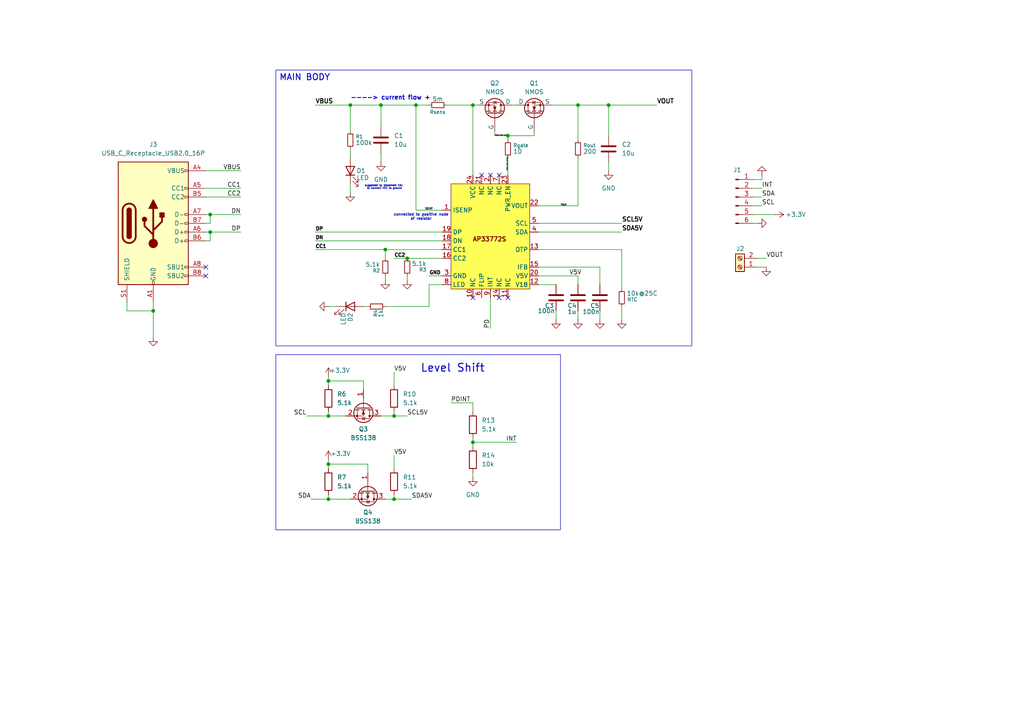
<source format=kicad_sch>
(kicad_sch (version 20250114) (generator "eeschema") (generator_version "9.0")
  (paper "A4")
  (lib_symbols
    (symbol "AP33772S:AP33772S"
      (symbol "AP33772S_0_0"
        (pin bidirectional line (at 3.81 -7.62 0) (length 2.54) (name "ISENP") (number "1"))
        (pin bidirectional line (at 3.81 -13.97 0) (length 2.54) (name "DP") (number "19"))
        (pin bidirectional line (at 3.81 -16.51 0) (length 2.54) (name "DN") (number "18"))
        (pin bidirectional line (at 3.81 -19.05 0) (length 2.54) (name "CC1") (number "17"))
        (pin bidirectional line (at 3.81 -21.59 0) (length 2.54) (name "CC2") (number "16"))
        (pin power_in line (at 3.81 -26.67 0) (length 2.54) (name "GND") (number "3"))
        (pin bidirectional line (at 3.81 -29.21 0) (length 2.54) (name "LED") (number "8"))
        (pin power_in line (at 12.7 2.54 270) (length 2.54) (name "VCC") (number "24"))
        (pin bidirectional line (at 12.7 -33.02 90) (length 2.54) (name "NC") (number "10"))
        (pin bidirectional line (at 15.24 2.54 270) (length 2.54) (name "NC") (number "21"))
        (pin bidirectional line (at 17.78 2.54 270) (length 2.54) (name "NC") (number "2"))
        (pin bidirectional line (at 20.32 2.54 270) (length 2.54) (name "NC") (number "7"))
        (pin power_out line (at 22.86 2.54 270) (length 2.54) (name "PWR_EN") (number "23"))
        (pin bidirectional line (at 22.86 -33.02 90) (length 2.54) (name "NC") (number "11"))
        (pin power_out line (at 31.75 -6.35 180) (length 2.54) (name "VOUT") (number "22"))
        (pin bidirectional line (at 31.75 -11.43 180) (length 2.54) (name "SCL") (number "5"))
        (pin bidirectional line (at 31.75 -13.97 180) (length 2.54) (name "SDA") (number "4"))
        (pin bidirectional line (at 31.75 -19.05 180) (length 2.54) (name "OTP") (number "13"))
        (pin bidirectional line (at 31.75 -24.13 180) (length 2.54) (name "IFB") (number "15"))
        (pin power_out line (at 31.75 -26.67 180) (length 2.54) (name "V5V") (number "20"))
        (pin bidirectional line (at 31.75 -29.21 180) (length 2.54) (name "V18") (number "12"))
      )
      (symbol "AP33772S_0_1"
        (rectangle (start 6.35 0) (end 29.21 -30.48) (fill (type color) (color 255 254 88 1)))
      )
      (symbol "AP33772S_1_0"
        (pin bidirectional line (at 15.24 -33.02 90) (length 2.54) (name "FLIP") (number "6"))
        (pin bidirectional line (at 17.78 -33.02 90) (length 2.54) (name "INT") (number "9"))
        (pin bidirectional line (at 20.32 -33.02 90) (length 2.54) (name "NC") (number "14"))
      )
      (symbol "AP33772S_1_1"
        (text "AP33772S\n" (at 17.526 -16.002 0) (effects (font (size 1.27 1.27) (thickness 0.254) (bold yes))))
      )
    )
    (symbol "Connector:Conn_01x06_Pin" (pin_names (offset 1.016) (hide yes))
      (property "Reference" "J" (at 0 7.62 0))
      (property "Value" "Conn_01x06_Pin" (at 0 -10.16 0))
      (symbol "Conn_01x06_Pin_1_1"
        (rectangle (start 0.8636 5.207) (end 0 4.953) (stroke (width 0.1524)) (fill (type outline)))
        (rectangle (start 0.8636 2.667) (end 0 2.413) (stroke (width 0.1524)) (fill (type outline)))
        (rectangle (start 0.8636 0.127) (end 0 -0.127) (stroke (width 0.1524)) (fill (type outline)))
        (rectangle (start 0.8636 -2.413) (end 0 -2.667) (stroke (width 0.1524)) (fill (type outline)))
        (rectangle (start 0.8636 -4.953) (end 0 -5.207) (stroke (width 0.1524)) (fill (type outline)))
        (rectangle (start 0.8636 -7.493) (end 0 -7.747) (stroke (width 0.1524)) (fill (type outline)))
        (polyline (pts (xy 1.27 5.08) (xy 0.8636 5.08)) (stroke (width 0.1524)))
        (polyline (pts (xy 1.27 2.54) (xy 0.8636 2.54)) (stroke (width 0.1524)))
        (polyline (pts (xy 1.27 0) (xy 0.8636 0)) (stroke (width 0.1524)))
        (polyline (pts (xy 1.27 -2.54) (xy 0.8636 -2.54)) (stroke (width 0.1524)))
        (polyline (pts (xy 1.27 -5.08) (xy 0.8636 -5.08)) (stroke (width 0.1524)))
        (polyline (pts (xy 1.27 -7.62) (xy 0.8636 -7.62)) (stroke (width 0.1524)))
        (pin passive line (at 5.08 5.08 180) (length 3.81) (name "Pin_1") (number "1"))
        (pin passive line (at 5.08 2.54 180) (length 3.81) (name "Pin_2") (number "2"))
        (pin passive line (at 5.08 0 180) (length 3.81) (name "Pin_3") (number "3"))
        (pin passive line (at 5.08 -2.54 180) (length 3.81) (name "Pin_4") (number "4"))
        (pin passive line (at 5.08 -5.08 180) (length 3.81) (name "Pin_5") (number "5"))
        (pin passive line (at 5.08 -7.62 180) (length 3.81) (name "Pin_6") (number "6"))
      )
    )
    (symbol "Connector:Screw_Terminal_01x02" (pin_names (offset 1.016) (hide yes))
      (property "Reference" "J" (at 0 2.54 0))
      (property "Value" "Screw_Terminal_01x02" (at 0 -5.08 0))
      (symbol "Screw_Terminal_01x02_1_1"
        (rectangle (start -1.27 1.27) (end 1.27 -3.81) (stroke (width 0.254)) (fill (type background)))
        (polyline (pts (xy -0.5334 0.3302) (xy 0.3302 -0.508)) (stroke (width 0.1524)))
        (polyline (pts (xy -0.5334 -2.2098) (xy 0.3302 -3.048)) (stroke (width 0.1524)))
        (polyline (pts (xy -0.3556 0.508) (xy 0.508 -0.3302)) (stroke (width 0.1524)))
        (polyline (pts (xy -0.3556 -2.032) (xy 0.508 -2.8702)) (stroke (width 0.1524)))
        (circle (center 0 0) (radius 0.635) (stroke (width 0.1524)))
        (circle (center 0 -2.54) (radius 0.635) (stroke (width 0.1524)))
        (pin passive line (at -5.08 0 0) (length 3.81) (name "Pin_1") (number "1"))
        (pin passive line (at -5.08 -2.54 0) (length 3.81) (name "Pin_2") (number "2"))
      )
    )
    (symbol "Connector_USBC:USB_C_Receptacle_USB2.0_16P" (pin_names (offset 1.016))
      (property "Reference" "J" (at 0 22.225 0))
      (property "Value" "USB_C_Receptacle_USB2.0_16P" (at 0 19.685 0))
      (symbol "USB_C_Receptacle_USB2.0_16P_0_0"
        (rectangle (start -0.254 -17.78) (end 0.254 -16.764))
        (rectangle (start 10.16 15.494) (end 9.144 14.986))
        (rectangle (start 10.16 10.414) (end 9.144 9.906))
        (rectangle (start 10.16 7.874) (end 9.144 7.366))
        (rectangle (start 10.16 2.794) (end 9.144 2.286))
        (rectangle (start 10.16 0.254) (end 9.144 -0.254))
        (rectangle (start 10.16 -2.286) (end 9.144 -2.794))
        (rectangle (start 10.16 -4.826) (end 9.144 -5.334))
        (rectangle (start 10.16 -12.446) (end 9.144 -12.954))
        (rectangle (start 10.16 -14.986) (end 9.144 -15.494))
      )
      (symbol "USB_C_Receptacle_USB2.0_16P_0_1"
        (rectangle (start -10.16 17.78) (end 10.16 -17.78) (stroke (width 0.254)) (fill (type background)))
        (polyline (pts (xy -8.89 -3.81) (xy -8.89 3.81)) (stroke (width 0.508)))
        (rectangle (start -7.62 -3.81) (end -6.35 3.81) (stroke (width 0.254)) (fill (type outline)))
        (arc (start -7.62 3.81) (mid -6.985 4.4423) (end -6.35 3.81) (stroke (width 0.254)))
        (arc (start -7.62 3.81) (mid -6.985 4.4423) (end -6.35 3.81) (stroke (width 0.254)) (fill (type outline)))
        (arc (start -8.89 3.81) (mid -6.985 5.7067) (end -5.08 3.81) (stroke (width 0.508)))
        (arc (start -5.08 -3.81) (mid -6.985 -5.7067) (end -8.89 -3.81) (stroke (width 0.508)))
        (arc (start -6.35 -3.81) (mid -6.985 -4.4423) (end -7.62 -3.81) (stroke (width 0.254)))
        (arc (start -6.35 -3.81) (mid -6.985 -4.4423) (end -7.62 -3.81) (stroke (width 0.254)) (fill (type outline)))
        (polyline (pts (xy -5.08 3.81) (xy -5.08 -3.81)) (stroke (width 0.508)))
        (circle (center -2.54 1.143) (radius 0.635) (stroke (width 0.254)) (fill (type outline)))
        (polyline (pts (xy -1.27 4.318) (xy 0 6.858) (xy 1.27 4.318) (xy -1.27 4.318)) (stroke (width 0.254)) (fill (type outline)))
        (polyline (pts (xy 0 -2.032) (xy 2.54 0.508) (xy 2.54 1.778)) (stroke (width 0.508)))
        (polyline (pts (xy 0 -3.302) (xy -2.54 -0.762) (xy -2.54 0.508)) (stroke (width 0.508)))
        (polyline (pts (xy 0 -5.842) (xy 0 4.318)) (stroke (width 0.508)))
        (circle (center 0 -5.842) (radius 1.27) (fill (type outline)))
        (rectangle (start 1.905 1.778) (end 3.175 3.048) (stroke (width 0.254)) (fill (type outline)))
      )
      (symbol "USB_C_Receptacle_USB2.0_16P_1_1"
        (pin passive line (at -7.62 -22.86 90) (length 5.08) (name "SHIELD") (number "S1"))
        (pin passive line (at 0 -22.86 90) (length 5.08) (name "GND") (number "A1"))
        (pin passive line (at 0 -22.86 90) (length 5.08) (hide yes) (name "GND") (number "A12"))
        (pin passive line (at 0 -22.86 90) (length 5.08) (hide yes) (name "GND") (number "B1"))
        (pin passive line (at 0 -22.86 90) (length 5.08) (hide yes) (name "GND") (number "B12"))
        (pin passive line (at 15.24 15.24 180) (length 5.08) (name "VBUS") (number "A4"))
        (pin passive line (at 15.24 15.24 180) (length 5.08) (hide yes) (name "VBUS") (number "A9"))
        (pin passive line (at 15.24 15.24 180) (length 5.08) (hide yes) (name "VBUS") (number "B4"))
        (pin passive line (at 15.24 15.24 180) (length 5.08) (hide yes) (name "VBUS") (number "B9"))
        (pin bidirectional line (at 15.24 10.16 180) (length 5.08) (name "CC1") (number "A5"))
        (pin bidirectional line (at 15.24 7.62 180) (length 5.08) (name "CC2") (number "B5"))
        (pin bidirectional line (at 15.24 2.54 180) (length 5.08) (name "D-") (number "A7"))
        (pin bidirectional line (at 15.24 0 180) (length 5.08) (name "D-") (number "B7"))
        (pin bidirectional line (at 15.24 -2.54 180) (length 5.08) (name "D+") (number "A6"))
        (pin bidirectional line (at 15.24 -5.08 180) (length 5.08) (name "D+") (number "B6"))
        (pin bidirectional line (at 15.24 -12.7 180) (length 5.08) (name "SBU1") (number "A8"))
        (pin bidirectional line (at 15.24 -15.24 180) (length 5.08) (name "SBU2") (number "B8"))
      )
    )
    (symbol "Device:C" (pin_numbers (hide yes)) (pin_names (offset 0.254))
      (property "Reference" "C" (at 0.635 2.54 0))
      (property "Value" "C" (at 0.635 -2.54 0))
      (symbol "C_0_1"
        (polyline (pts (xy -2.032 0.762) (xy 2.032 0.762)) (stroke (width 0.508)))
        (polyline (pts (xy -2.032 -0.762) (xy 2.032 -0.762)) (stroke (width 0.508)))
      )
      (symbol "C_1_1"
        (pin passive line (at 0 3.81 270) (length 2.794) (name "~") (number "1"))
        (pin passive line (at 0 -3.81 90) (length 2.794) (name "~") (number "2"))
      )
    )
    (symbol "Device:LED" (pin_numbers (hide yes)) (pin_names (offset 1.016) (hide yes))
      (property "Reference" "D" (at 0 2.54 0))
      (property "Value" "LED" (at 0 -2.54 0))
      (symbol "LED_0_1"
        (polyline (pts (xy -3.048 -0.762) (xy -4.572 -2.286) (xy -3.81 -2.286) (xy -4.572 -2.286) (xy -4.572 -1.524)))
        (polyline (pts (xy -1.778 -0.762) (xy -3.302 -2.286) (xy -2.54 -2.286) (xy -3.302 -2.286) (xy -3.302 -1.524)))
        (polyline (pts (xy -1.27 0) (xy 1.27 0)))
        (polyline (pts (xy -1.27 -1.27) (xy -1.27 1.27)) (stroke (width 0.254)))
        (polyline (pts (xy 1.27 -1.27) (xy 1.27 1.27) (xy -1.27 0) (xy 1.27 -1.27)) (stroke (width 0.254)))
      )
      (symbol "LED_1_1"
        (pin passive line (at -3.81 0 0) (length 2.54) (name "K") (number "1"))
        (pin passive line (at 3.81 0 180) (length 2.54) (name "A") (number "2"))
      )
    )
    (symbol "Device:R" (pin_numbers (hide yes)) (pin_names (offset 0))
      (property "Reference" "R" (at 2.032 0 90))
      (property "Value" "R" (at 0 0 90))
      (symbol "R_0_1"
        (rectangle (start -1.016 -2.54) (end 1.016 2.54) (stroke (width 0.254)))
      )
      (symbol "R_1_1"
        (pin passive line (at 0 3.81 270) (length 1.27) (name "~") (number "1"))
        (pin passive line (at 0 -3.81 90) (length 1.27) (name "~") (number "2"))
      )
    )
    (symbol "Device:R_Small" (pin_numbers (hide yes)) (pin_names (offset 0.254) (hide yes))
      (property "Reference" "R" (at 0 0 90))
      (property "Value" "R_Small" (at 1.778 0 90))
      (symbol "R_Small_0_1"
        (rectangle (start -0.762 1.778) (end 0.762 -1.778) (stroke (width 0.2032)))
      )
      (symbol "R_Small_1_1"
        (pin passive line (at 0 2.54 270) (length 0.762) (name "~") (number "1"))
        (pin passive line (at 0 -2.54 90) (length 0.762) (name "~") (number "2"))
      )
    )
    (symbol "Simulation_SPICE:NMOS" (pin_numbers (hide yes)) (pin_names (offset 0))
      (property "Reference" "Q" (at 5.08 1.27 0))
      (property "Value" "NMOS" (at 5.08 -1.27 0))
      (symbol "NMOS_0_1"
        (polyline (pts (xy 0.254 1.905) (xy 0.254 -1.905)) (stroke (width 0.254)))
        (polyline (pts (xy 0.254 0) (xy -2.54 0)))
        (polyline (pts (xy 0.762 2.286) (xy 0.762 1.27)) (stroke (width 0.254)))
        (polyline (pts (xy 0.762 0.508) (xy 0.762 -0.508)) (stroke (width 0.254)))
        (polyline (pts (xy 0.762 -1.27) (xy 0.762 -2.286)) (stroke (width 0.254)))
        (polyline (pts (xy 0.762 -1.778) (xy 3.302 -1.778) (xy 3.302 1.778) (xy 0.762 1.778)))
        (polyline (pts (xy 1.016 0) (xy 2.032 0.381) (xy 2.032 -0.381) (xy 1.016 0)) (fill (type outline)))
        (circle (center 1.651 0) (radius 2.794) (stroke (width 0.254)))
        (polyline (pts (xy 2.54 2.54) (xy 2.54 1.778)))
        (circle (center 2.54 1.778) (radius 0.254) (fill (type outline)))
        (circle (center 2.54 -1.778) (radius 0.254) (fill (type outline)))
        (polyline (pts (xy 2.54 -2.54) (xy 2.54 0) (xy 0.762 0)))
        (polyline (pts (xy 2.794 0.508) (xy 2.921 0.381) (xy 3.683 0.381) (xy 3.81 0.254)))
        (polyline (pts (xy 3.302 0.381) (xy 2.921 -0.254) (xy 3.683 -0.254) (xy 3.302 0.381)))
      )
      (symbol "NMOS_1_1"
        (pin input line (at -5.08 0 0) (length 2.54) (name "G") (number "2"))
        (pin passive line (at 2.54 5.08 270) (length 2.54) (name "D") (number "1"))
        (pin passive line (at 2.54 -5.08 90) (length 2.54) (name "S") (number "3"))
      )
    )
    (symbol "Transistor_FET:BSS138" (pin_names (hide yes))
      (property "Reference" "Q" (at 5.08 1.905 0))
      (property "Value" "BSS138" (at 5.08 0 0))
      (symbol "BSS138_0_1"
        (polyline (pts (xy 0.254 1.905) (xy 0.254 -1.905)) (stroke (width 0.254)))
        (polyline (pts (xy 0.254 0) (xy -2.54 0)))
        (polyline (pts (xy 0.762 2.286) (xy 0.762 1.27)) (stroke (width 0.254)))
        (polyline (pts (xy 0.762 0.508) (xy 0.762 -0.508)) (stroke (width 0.254)))
        (polyline (pts (xy 0.762 -1.27) (xy 0.762 -2.286)) (stroke (width 0.254)))
        (polyline (pts (xy 0.762 -1.778) (xy 3.302 -1.778) (xy 3.302 1.778) (xy 0.762 1.778)))
        (polyline (pts (xy 1.016 0) (xy 2.032 0.381) (xy 2.032 -0.381) (xy 1.016 0)) (fill (type outline)))
        (circle (center 1.651 0) (radius 2.794) (stroke (width 0.254)))
        (polyline (pts (xy 2.54 2.54) (xy 2.54 1.778)))
        (circle (center 2.54 1.778) (radius 0.254) (fill (type outline)))
        (circle (center 2.54 -1.778) (radius 0.254) (fill (type outline)))
        (polyline (pts (xy 2.54 -2.54) (xy 2.54 0) (xy 0.762 0)))
        (polyline (pts (xy 2.794 0.508) (xy 2.921 0.381) (xy 3.683 0.381) (xy 3.81 0.254)))
        (polyline (pts (xy 3.302 0.381) (xy 2.921 -0.254) (xy 3.683 -0.254) (xy 3.302 0.381)))
      )
      (symbol "BSS138_1_1"
        (pin input line (at -5.08 0 0) (length 2.54) (name "G") (number "1"))
        (pin passive line (at 2.54 5.08 270) (length 2.54) (name "D") (number "3"))
        (pin passive line (at 2.54 -5.08 90) (length 2.54) (name "S") (number "2"))
      )
    )
    (symbol "power:+3.3V" (power) (pin_numbers (hide yes)) (pin_names (offset 0) (hide yes))
      (property "Value" "+3.3V" (at 0 3.556 0))
      (symbol "+3.3V_0_1"
        (polyline (pts (xy -0.762 1.27) (xy 0 2.54)))
        (polyline (pts (xy 0 2.54) (xy 0.762 1.27)))
        (polyline (pts (xy 0 0) (xy 0 2.54)))
      )
      (symbol "+3.3V_1_1"
        (pin power_in line (at 0 0 90) (length 0) (name "~") (number "1"))
      )
    )
    (symbol "power:GND" (power) (pin_numbers (hide yes)) (pin_names (offset 0) (hide yes))
      (property "Value" "GND" (at 0 -3.81 0))
      (symbol "GND_0_1"
        (polyline (pts (xy 0 0) (xy 0 -1.27) (xy 1.27 -1.27) (xy 0 -2.54) (xy -1.27 -1.27) (xy 0 -1.27)))
      )
      (symbol "GND_1_1"
        (pin power_in line (at 0 0 270) (length 0) (name "~") (number "1"))
      )
    )
  )
  (rectangle (start 80.01 102.87) (end 162.56 153.67))
  (text "----> current flow +" (at 113.284 28.448 0) (effects (font (size 1.27 1.27) (thickness 0.254) (bold yes))))
  (text "connected to positive node \nof resistor \n" (at 122.428 62.992 0) (effects (font (size 0.762 0.762))))
  (text "Level Shift" (at 121.92 108.204 0) (effects (font (size 2.286 2.286) (thickness 0.2858)) (justify left bottom)))
  (text "suggested by datasheet 10u \nto connect VCC to ground" (at 111.506 54.356 0) (effects (font (size 0.508 0.508) (thickness 0.254) (bold yes))))
  (text_box "MAIN BODY" (at 80.01 20.32 0) (size 120.65 80.01) (margins 0.9525 0.9525 0.9525 0.9525) (effects (font (size 1.778 1.778) (thickness 0.254) (bold yes)) (justify left top)))
  (junction (at 137.16 128.27))
  (junction (at 147.32 39.37))
  (junction (at 120.65 30.48))
  (junction (at 101.6 30.48))
  (junction (at 114.3 120.65))
  (junction (at 60.96 67.31))
  (junction (at 95.25 120.65))
  (junction (at 114.3 144.78))
  (junction (at 95.25 110.49))
  (junction (at 137.16 30.48))
  (junction (at 44.45 90.17))
  (junction (at 111.76 72.39))
  (junction (at 60.96 62.23))
  (junction (at 110.49 30.48))
  (junction (at 167.64 30.48))
  (junction (at 95.25 144.78))
  (junction (at 118.11 74.93))
  (junction (at 176.53 30.48))
  (junction (at 95.25 134.62))
  (no_connect (at 142.24 50.8))
  (no_connect (at 147.32 86.36))
  (no_connect (at 59.69 77.47))
  (no_connect (at 137.16 86.36))
  (no_connect (at 144.78 50.8))
  (no_connect (at 139.7 50.8))
  (no_connect (at 59.69 80.01))
  (no_connect (at 144.78 86.36))
  (wire (pts (xy 167.64 30.48) (xy 176.53 30.48)))
  (wire (pts (xy 106.68 134.62) (xy 106.68 137.16)))
  (wire (pts (xy 118.11 74.93) (xy 128.27 74.93)))
  (wire (pts (xy 114.3 120.65) (xy 118.11 120.65)))
  (wire (pts (xy 60.96 69.85) (xy 60.96 67.31)))
  (wire (pts (xy 167.64 82.55) (xy 167.64 80.01)))
  (wire (pts (xy 90.17 144.78) (xy 95.25 144.78)))
  (wire (pts (xy 95.25 110.49) (xy 95.25 111.76)))
  (wire (pts (xy 128.27 82.55) (xy 124.46 82.55)))
  (wire (pts (xy 110.49 44.45) (xy 110.49 46.99)))
  (wire (pts (xy 120.65 60.96) (xy 120.65 30.48)))
  (wire (pts (xy 156.21 64.77) (xy 180.34 64.77)))
  (wire (pts (xy 129.54 30.48) (xy 137.16 30.48)))
  (wire (pts (xy 59.69 57.15) (xy 69.85 57.15)))
  (wire (pts (xy 111.76 88.9) (xy 124.46 88.9)))
  (wire (pts (xy 36.83 90.17) (xy 44.45 90.17)))
  (wire (pts (xy 156.21 67.31) (xy 180.34 67.31)))
  (wire (pts (xy 95.25 143.51) (xy 95.25 144.78)))
  (wire (pts (xy 173.99 90.17) (xy 173.99 92.71)))
  (wire (pts (xy 95.25 134.62) (xy 95.25 135.89)))
  (wire (pts (xy 167.64 30.48) (xy 167.64 40.64)))
  (wire (pts (xy 106.68 88.9) (xy 105.41 88.9)))
  (wire (pts (xy 218.44 62.23) (xy 224.79 62.23)))
  (wire (pts (xy 176.53 30.48) (xy 190.5 30.48)))
  (wire (pts (xy 91.44 67.31) (xy 128.27 67.31)))
  (wire (pts (xy 101.6 43.18) (xy 101.6 45.72)))
  (wire (pts (xy 60.96 64.77) (xy 60.96 62.23)))
  (wire (pts (xy 124.46 82.55) (xy 124.46 88.9)))
  (wire (pts (xy 149.86 30.48) (xy 148.59 30.48)))
  (wire (pts (xy 173.99 82.55) (xy 173.99 77.47)))
  (wire (pts (xy 160.02 30.48) (xy 167.64 30.48)))
  (wire (pts (xy 44.45 90.17) (xy 44.45 97.79)))
  (wire (pts (xy 114.3 107.95) (xy 114.3 111.76)))
  (wire (pts (xy 114.3 132.08) (xy 114.3 135.89)))
  (wire (pts (xy 156.21 82.55) (xy 161.29 82.55)))
  (wire (pts (xy 137.16 128.27) (xy 149.86 128.27)))
  (wire (pts (xy 95.25 120.65) (xy 100.33 120.65)))
  (wire (pts (xy 143.51 38.1) (xy 143.51 39.37)))
  (wire (pts (xy 218.44 57.15) (xy 220.98 57.15)))
  (wire (pts (xy 111.76 72.39) (xy 128.27 72.39)))
  (wire (pts (xy 120.65 30.48) (xy 124.46 30.48)))
  (wire (pts (xy 114.3 143.51) (xy 114.3 144.78)))
  (wire (pts (xy 143.51 39.37) (xy 147.32 39.37)))
  (wire (pts (xy 114.3 120.65) (xy 114.3 119.38)))
  (wire (pts (xy 147.32 45.72) (xy 147.32 50.8)))
  (wire (pts (xy 95.25 144.78) (xy 101.6 144.78)))
  (wire (pts (xy 219.71 64.77) (xy 218.44 64.77)))
  (wire (pts (xy 111.76 144.78) (xy 114.3 144.78)))
  (wire (pts (xy 59.69 62.23) (xy 60.96 62.23)))
  (wire (pts (xy 105.41 110.49) (xy 105.41 113.03)))
  (wire (pts (xy 218.44 59.69) (xy 220.98 59.69)))
  (wire (pts (xy 176.53 46.99) (xy 176.53 49.53)))
  (wire (pts (xy 101.6 53.34) (xy 101.6 55.88)))
  (wire (pts (xy 156.21 59.69) (xy 167.64 59.69)))
  (wire (pts (xy 180.34 72.39) (xy 180.34 83.82)))
  (wire (pts (xy 59.69 64.77) (xy 60.96 64.77)))
  (wire (pts (xy 130.81 116.84) (xy 137.16 116.84)))
  (wire (pts (xy 95.25 120.65) (xy 95.25 119.38)))
  (wire (pts (xy 156.21 72.39) (xy 180.34 72.39)))
  (wire (pts (xy 91.44 69.85) (xy 128.27 69.85)))
  (wire (pts (xy 156.21 80.01) (xy 167.64 80.01)))
  (wire (pts (xy 180.34 88.9) (xy 180.34 92.71)))
  (wire (pts (xy 59.69 67.31) (xy 60.96 67.31)))
  (wire (pts (xy 97.79 88.9) (xy 95.25 88.9)))
  (wire (pts (xy 173.99 77.47) (xy 156.21 77.47)))
  (wire (pts (xy 218.44 54.61) (xy 220.98 54.61)))
  (wire (pts (xy 60.96 67.31) (xy 69.85 67.31)))
  (wire (pts (xy 88.9 120.65) (xy 95.25 120.65)))
  (wire (pts (xy 59.69 69.85) (xy 60.96 69.85)))
  (wire (pts (xy 220.98 52.07) (xy 220.98 50.8)))
  (wire (pts (xy 137.16 119.38) (xy 137.16 116.84)))
  (wire (pts (xy 110.49 30.48) (xy 110.49 36.83)))
  (wire (pts (xy 220.98 52.07) (xy 218.44 52.07)))
  (wire (pts (xy 219.71 77.47) (xy 222.25 77.47)))
  (wire (pts (xy 36.83 87.63) (xy 36.83 90.17)))
  (wire (pts (xy 114.3 74.93) (xy 118.11 74.93)))
  (wire (pts (xy 142.24 86.36) (xy 142.24 95.25)))
  (wire (pts (xy 44.45 87.63) (xy 44.45 90.17)))
  (wire (pts (xy 101.6 30.48) (xy 110.49 30.48)))
  (wire (pts (xy 59.69 49.53) (xy 69.85 49.53)))
  (wire (pts (xy 111.76 80.01) (xy 111.76 81.28)))
  (wire (pts (xy 137.16 137.16) (xy 137.16 138.43)))
  (wire (pts (xy 95.25 133.35) (xy 95.25 134.62)))
  (wire (pts (xy 111.76 72.39) (xy 111.76 74.93)))
  (wire (pts (xy 138.43 30.48) (xy 137.16 30.48)))
  (wire (pts (xy 137.16 30.48) (xy 137.16 50.8)))
  (wire (pts (xy 176.53 30.48) (xy 176.53 39.37)))
  (wire (pts (xy 219.71 74.93) (xy 222.25 74.93)))
  (wire (pts (xy 128.27 60.96) (xy 120.65 60.96)))
  (wire (pts (xy 60.96 62.23) (xy 69.85 62.23)))
  (wire (pts (xy 161.29 90.17) (xy 161.29 92.71)))
  (wire (pts (xy 167.64 59.69) (xy 167.64 45.72)))
  (wire (pts (xy 110.49 120.65) (xy 114.3 120.65)))
  (wire (pts (xy 95.25 134.62) (xy 106.68 134.62)))
  (wire (pts (xy 114.3 144.78) (xy 119.38 144.78)))
  (wire (pts (xy 167.64 90.17) (xy 167.64 92.71)))
  (wire (pts (xy 154.94 38.1) (xy 154.94 39.37)))
  (wire (pts (xy 95.25 110.49) (xy 105.41 110.49)))
  (wire (pts (xy 95.25 109.22) (xy 95.25 110.49)))
  (wire (pts (xy 118.11 80.01) (xy 118.11 81.28)))
  (wire (pts (xy 91.44 30.48) (xy 101.6 30.48)))
  (wire (pts (xy 147.32 39.37) (xy 154.94 39.37)))
  (wire (pts (xy 59.69 54.61) (xy 69.85 54.61)))
  (wire (pts (xy 147.32 39.37) (xy 147.32 40.64)))
  (wire (pts (xy 137.16 128.27) (xy 137.16 129.54)))
  (wire (pts (xy 137.16 127) (xy 137.16 128.27)))
  (wire (pts (xy 91.44 72.39) (xy 111.76 72.39)))
  (wire (pts (xy 101.6 30.48) (xy 101.6 38.1)))
  (wire (pts (xy 110.49 30.48) (xy 120.65 30.48)))
  (wire (pts (xy 124.46 80.01) (xy 128.27 80.01)))
  (label "VBUS" (at 69.85 49.53 180))
  (label "SCL" (at 220.98 59.69 0))
  (label "CC1" (at 69.85 54.61 180))
  (label "SDA" (at 220.98 57.15 0))
  (label "V5V" (at 114.3 107.95 0))
  (label "NMOS Switch Control" (at 143.51 39.37 0) (effects (font (size 0.254 0.254))))
  (label "INT" (at 220.98 54.61 0))
  (label "ISENP" (at 123.19 60.96 0) (effects (font (size 0.508 0.508) (thickness 0.254) (bold yes))))
  (label "DN" (at 91.44 69.85 0) (effects (font (size 1.016 1.016) (thickness 0.254) (bold yes))))
  (label "CC2" (at 69.85 57.15 180))
  (label "SDA5V" (at 119.38 144.78 0))
  (label "CC1" (at 91.44 72.39 0) (effects (font (size 1.016 1.016) (thickness 0.254) (bold yes))))
  (label "PD" (at 142.24 95.25 90))
  (label "SCL" (at 88.9 120.65 180))
  (label "V5V" (at 114.3 132.08 0))
  (label "VOUT" (at 222.25 74.93 0))
  (label "DP" (at 69.85 67.31 180))
  (label "VBUS" (at 91.44 30.48 0) (effects (font (thickness 0.254) (bold yes))))
  (label "VOUT" (at 190.5 30.48 0) (effects (font (thickness 0.254) (bold yes))))
  (label "NMOS Switch Control" (at 147.32 49.53 90) (effects (font (size 0.254 0.254))))
  (label "SCL5V" (at 118.11 120.65 0))
  (label "Vout" (at 162.56 59.69 0) (effects (font (size 0.508 0.508))))
  (label "SDA5V" (at 180.34 67.31 0) (effects (font (thickness 0.254) (bold yes))))
  (label "DN" (at 69.85 62.23 180))
  (label "CC2" (at 114.3 74.93 0) (effects (font (size 1.016 1.016) (thickness 0.254) (bold yes))))
  (label "DP" (at 91.44 67.31 0) (effects (font (size 1.016 1.016) (thickness 0.254) (bold yes))))
  (label "SCL5V" (at 180.34 64.77 0) (effects (font (thickness 0.254) (bold yes))))
  (label "PDINT" (at 130.81 116.84 0))
  (label "V5V" (at 165.1 80.01 0))
  (label "INT" (at 149.86 128.27 180))
  (label "SDA" (at 90.17 144.78 180))
  (label "GND" (at 124.46 80.01 0) (effects (font (size 1.016 1.016) (thickness 0.254) (bold yes))))
  (symbol (lib_id "Device:R_Small") (at 118.11 77.47 180) (unit 1)
    (property "Reference" "R3" (at 123.698 78.232 0) (effects (font (size 1.016 1.016)) (justify left)))
    (property "Value" "5.1k" (at 123.698 76.454 0) (effects (justify left)))
    (property "Description" "Resistor, small symbol" (effects (hide yes)))
  )
  (symbol (lib_id "power:GND") (at 219.71 64.77 90) (unit 1)
    (property "Reference" "#PWR012" (effects (hide yes)))
    (property "Value" "GND" (effects (hide yes)))
  )
  (symbol (lib_id "Device:C") (at 173.99 86.36 0) (unit 1)
    (property "Reference" "C5" (at 171.196 88.646 0) (effects (justify left)))
    (property "Value" "100n" (at 168.91 90.424 0) (effects (justify left)))
    (property "Description" "Unpolarized capacitor" (effects (hide yes)))
  )
  (symbol (lib_id "Device:R_Small") (at 101.6 40.64 0) (unit 1)
    (property "Reference" "R1" (at 103.124 39.624 0) (effects (font (size 1.016 1.016)) (justify left)))
    (property "Value" "100k" (at 103.124 41.402 0) (effects (justify left)))
    (property "Description" "Resistor, small symbol" (effects (hide yes)))
  )
  (symbol (lib_id "power:GND") (at 222.25 77.47 0) (unit 1)
    (property "Reference" "#PWR016" (effects (hide yes)))
    (property "Value" "GND" (effects (hide yes)))
  )
  (symbol (lib_id "Device:R_Small") (at 147.32 43.18 0) (unit 1)
    (property "Reference" "Rgate" (at 148.844 42.164 0) (effects (font (size 1.016 1.016)) (justify left)))
    (property "Value" "10" (at 148.844 43.942 0) (effects (justify left)))
    (property "Description" "Resistor, small symbol" (effects (hide yes)))
  )
  (symbol (lib_id "power:GND") (at 95.25 88.9 270) (unit 1)
    (property "Reference" "#PWR06" (effects (hide yes)))
    (property "Value" "GND" (effects (hide yes)))
    (property "Description" "Power symbol creates a global label with name \"GND\" , ground" (effects (hide yes)))
  )
  (symbol (lib_id "Device:R_Small") (at 127 30.48 90) (unit 1)
    (property "Reference" "Rsens" (at 129.286 32.512 90) (effects (font (size 1.016 1.016)) (justify left)))
    (property "Value" "5m" (at 128.524 28.702 90) (effects (justify left)))
    (property "Description" "Resistor, small symbol" (effects (hide yes)))
  )
  (symbol (lib_id "Device:R_Small") (at 111.76 77.47 180) (unit 1)
    (property "Reference" "R2" (at 110.236 78.486 0) (effects (font (size 1.016 1.016)) (justify left)))
    (property "Value" "5.1k" (at 110.236 76.708 0) (effects (justify left)))
    (property "Description" "Resistor, small symbol" (effects (hide yes)))
  )
  (symbol (lib_id "AP33772S:AP33772S") (at 124.46 53.34 0) (unit 1)
    (property "Reference" "U1" (effects (hide yes)))
    (property "Value" "AP33772S" (effects (hide yes)))
    (property "Datasheet" "https://www.diodes.com/assets/Datasheets/AP33772S.pdf" (effects (hide yes)))
    (property "Description" "I2C USB PD3.1 EPR SINK CONTROLLER" (effects (hide yes)))
    (property "Manufacturer" "Diodes Incorporated" (effects (hide yes)))
  )
  (symbol (lib_id "power:GND") (at 180.34 92.71 0) (unit 1)
    (property "Reference" "#PWR010" (effects (hide yes)))
    (property "Value" "GND" (effects (hide yes)))
    (property "Description" "Power symbol creates a global label with name \"GND\" , ground" (effects (hide yes)))
  )
  (symbol (lib_id "Device:C") (at 167.64 86.36 0) (unit 1)
    (property "Reference" "C4" (at 164.592 88.646 0) (effects (justify left)))
    (property "Value" "1u" (at 164.592 90.424 0) (effects (justify left)))
    (property "Description" "Unpolarized capacitor" (effects (hide yes)))
  )
  (symbol (lib_id "Connector:Conn_01x06_Pin") (at 213.36 57.15 0) (unit 1)
    (property "Reference" "J1" (at 213.868 49.276 0))
    (property "Value" "Conn_01x06_Pin" (effects (hide yes)))
    (property "Description" "Generic connector, single row, 01x06, script generated" (effects (hide yes)))
  )
  (symbol (lib_id "Transistor_FET:BSS138") (at 105.41 118.11 270) (unit 1)
    (property "Reference" "Q3" (at 105.41 124.46 90))
    (property "Value" "BSS138" (at 105.41 127 90))
    (property "Footprint" "Package_TO_SOT_SMD:SOT-323_SC-70" (effects (hide yes)))
    (property "Datasheet" "https://www.onsemi.com/pub/Collateral/BSS138-D.PDF" (effects (hide yes)))
    (property "Description" "50V Vds, 0.22A Id, N-Channel MOSFET, SOT-23" (effects (hide yes)))
  )
  (symbol (lib_id "Device:R") (at 114.3 115.57 0) (unit 1)
    (property "Reference" "R10" (at 116.84 114.2999 0) (effects (justify left)))
    (property "Value" "5.1k" (at 116.84 116.8399 0) (effects (justify left)))
    (property "Footprint" "Resistor_SMD:R_0402_1005Metric" (effects (hide yes)))
    (property "LCSC" "C25905" (effects (hide yes)))
  )
  (symbol (lib_id "Connector:Screw_Terminal_01x02") (at 214.63 77.47 180) (unit 1)
    (property "Reference" "J2" (at 215.9 72.136 0) (effects (justify left)))
    (property "Value" "Screw_Terminal_5mm" (effects (hide yes)))
    (property "Footprint" "TerminalBlock_Phoenix:TerminalBlock_Phoenix_MKDS-1,5-2_1x02_P5.00mm_Horizontal" (effects (hide yes)))
    (property "Description" "Generic screw terminal, single row, 01x02, script generated (kicad-library-utils/schlib/autogen/connector/)" (effects (hide yes)))
  )
  (symbol (lib_id "Simulation_SPICE:NMOS") (at 143.51 33.02 270) (mirror x) (unit 1)
    (property "Reference" "Q2" (at 143.51 24.13 90))
    (property "Value" "NMOS" (at 143.51 26.67 90))
    (property "Datasheet" "https://ngspice.sourceforge.io/docs/ngspice-html-manual/manual.xhtml#cha_MOSFETs" (effects (hide yes)))
    (property "Description" "N-MOSFET transistor, drain/source/gate" (effects (hide yes)))
    (property "Sim.Device" "NMOS" (effects (hide yes)))
    (property "Sim.Type" "VDMOS" (effects (hide yes)))
    (property "Sim.Pins" "1=D 2=G 3=S" (effects (hide yes)))
  )
  (symbol (lib_id "power:GND") (at 167.64 92.71 0) (unit 1)
    (property "Reference" "#PWR08" (effects (hide yes)))
    (property "Value" "GND" (effects (hide yes)))
    (property "Description" "Power symbol creates a global label with name \"GND\" , ground" (effects (hide yes)))
  )
  (symbol (lib_id "Device:R") (at 137.16 123.19 0) (unit 1)
    (property "Reference" "R13" (at 139.7 121.9199 0) (effects (justify left)))
    (property "Value" "5.1k" (at 139.7 124.4599 0) (effects (justify left)))
    (property "Footprint" "Resistor_SMD:R_0402_1005Metric" (effects (hide yes)))
    (property "LCSC" "C25905" (effects (hide yes)))
  )
  (symbol (lib_id "Device:C") (at 161.29 86.36 0) (unit 1)
    (property "Reference" "C3" (at 157.988 88.646 0) (effects (justify left)))
    (property "Value" "100n" (at 155.956 90.17 0) (effects (justify left)))
    (property "Description" "Unpolarized capacitor" (effects (hide yes)))
  )
  (symbol (lib_id "power:GND") (at 110.49 46.99 0) (unit 1)
    (property "Reference" "#PWR02" (effects (hide yes)))
    (property "Value" "GND" (at 110.49 52.07 0))
    (property "Description" "Power symbol creates a global label with name \"GND\" , ground" (effects (hide yes)))
  )
  (symbol (lib_id "Connector_USBC:USB_C_Receptacle_USB2.0_16P") (at 44.45 64.77 0) (unit 1)
    (property "Reference" "J3" (at 44.45 41.91 0))
    (property "Value" "USB_C_Receptacle_USB2.0_16P" (at 44.45 44.45 0))
    (property "Footprint" "Connector_USBC:USB_C_GSwitch" (effects (hide yes)))
    (property "Datasheet" "https://www.usb.org/sites/default/files/documents/usb_type-c.zip" (effects (hide yes)))
    (property "Description" "USB 2.0 16P Type-C Receptacle" (effects (hide yes)))
  )
  (symbol (lib_id "power:+3.3V") (at 224.79 62.23 270) (unit 1)
    (property "Reference" "#PWR011" (effects (hide yes)))
    (property "Value" "+3.3V" (at 227.838 62.23 90) (effects (justify left)))
    (property "Description" "Power symbol creates a global label with name \"+3.3V\"" (effects (hide yes)))
  )
  (symbol (lib_id "power:GND") (at 118.11 81.28 0) (unit 1)
    (property "Reference" "#PWR05" (effects (hide yes)))
    (property "Value" "GND" (effects (hide yes)))
    (property "Description" "Power symbol creates a global label with name \"GND\" , ground" (effects (hide yes)))
  )
  (symbol (lib_id "power:GND") (at 101.6 55.88 0) (unit 1)
    (property "Reference" "#PWR01" (effects (hide yes)))
    (property "Value" "GND" (effects (hide yes)))
    (property "Description" "Power symbol creates a global label with name \"GND\" , ground" (effects (hide yes)))
  )
  (symbol (lib_id "Device:R") (at 95.25 115.57 0) (unit 1)
    (property "Reference" "R6" (at 97.79 114.2999 0) (effects (justify left)))
    (property "Value" "5.1k" (at 97.79 116.8399 0) (effects (justify left)))
    (property "Footprint" "Resistor_SMD:R_0402_1005Metric" (effects (hide yes)))
    (property "LCSC" "C25905" (effects (hide yes)))
  )
  (symbol (lib_id "Device:C") (at 176.53 43.18 0) (unit 1)
    (property "Reference" "C2" (at 180.34 41.9099 0) (effects (justify left)))
    (property "Value" "10u" (at 180.34 44.4499 0) (effects (justify left)))
    (property "Description" "Unpolarized capacitor" (effects (hide yes)))
  )
  (symbol (lib_id "power:GND") (at 44.45 97.79 0) (unit 1)
    (property "Reference" "#PWR018" (effects (hide yes)))
    (property "Value" "GND" (effects (hide yes)))
    (property "Description" "Power symbol creates a global label with name \"GND\" , ground" (effects (hide yes)))
  )
  (symbol (lib_id "Device:R") (at 95.25 139.7 0) (unit 1)
    (property "Reference" "R7" (at 97.79 138.4299 0) (effects (justify left)))
    (property "Value" "5.1k" (at 97.79 140.9699 0) (effects (justify left)))
    (property "Footprint" "Resistor_SMD:R_0402_1005Metric" (effects (hide yes)))
    (property "LCSC" "C25905" (effects (hide yes)))
  )
  (symbol (lib_id "power:+3.3V") (at 95.25 133.35 0) (unit 1)
    (property "Reference" "#PWR015" (effects (hide yes)))
    (property "Value" "+3.3V" (at 98.806 131.572 0))
    (property "Description" "Power symbol creates a global label with name \"+3.3V\"" (effects (hide yes)))
  )
  (symbol (lib_id "Device:LED") (at 101.6 88.9 0) (unit 1)
    (property "Reference" "D2" (at 101.6 90.678 90) (effects (justify right)))
    (property "Value" "LED" (at 99.568 90.678 90) (effects (justify right)))
    (property "Description" "Light emitting diode" (effects (hide yes)))
    (property "Sim.Pins" "1=K 2=A" (effects (hide yes)))
  )
  (symbol (lib_id "Device:R_Small") (at 167.64 43.18 0) (unit 1)
    (property "Reference" "Rout" (at 169.164 42.164 0) (effects (font (size 1.016 1.016)) (justify left)))
    (property "Value" "200" (at 169.164 43.942 0) (effects (justify left)))
    (property "Description" "Resistor, small symbol" (effects (hide yes)))
  )
  (symbol (lib_id "power:GND") (at 111.76 81.28 0) (unit 1)
    (property "Reference" "#PWR04" (effects (hide yes)))
    (property "Value" "GND" (effects (hide yes)))
    (property "Description" "Power symbol creates a global label with name \"GND\" , ground" (effects (hide yes)))
  )
  (symbol (lib_id "Simulation_SPICE:NMOS") (at 154.94 33.02 90) (unit 1)
    (property "Reference" "Q1" (at 154.94 24.13 90))
    (property "Value" "NMOS" (at 154.94 26.67 90))
    (property "Datasheet" "https://ngspice.sourceforge.io/docs/ngspice-html-manual/manual.xhtml#cha_MOSFETs" (effects (hide yes)))
    (property "Description" "N-MOSFET transistor, drain/source/gate" (effects (hide yes)))
    (property "Sim.Device" "NMOS" (effects (hide yes)))
    (property "Sim.Type" "VDMOS" (effects (hide yes)))
    (property "Sim.Pins" "1=D 2=G 3=S" (effects (hide yes)))
  )
  (symbol (lib_id "power:GND") (at 173.99 92.71 0) (unit 1)
    (property "Reference" "#PWR09" (effects (hide yes)))
    (property "Value" "GND" (effects (hide yes)))
    (property "Description" "Power symbol creates a global label with name \"GND\" , ground" (effects (hide yes)))
  )
  (symbol (lib_id "power:GND") (at 220.98 50.8 180) (unit 1)
    (property "Reference" "#PWR013" (effects (hide yes)))
    (property "Value" "GND" (effects (hide yes)))
  )
  (symbol (lib_id "Device:R_Small") (at 180.34 86.36 180) (unit 1)
    (property "Reference" "NTC" (at 184.912 86.868 0) (effects (font (size 1.016 1.016)) (justify left)))
    (property "Value" "10k@25C" (at 190.754 85.09 0) (effects (justify left)))
    (property "Description" "Resistor, small symbol" (effects (hide yes)))
  )
  (symbol (lib_id "power:+3.3V") (at 95.25 109.22 0) (unit 1)
    (property "Reference" "#PWR014" (effects (hide yes)))
    (property "Value" "+3.3V" (at 98.552 107.442 0))
    (property "Description" "Power symbol creates a global label with name \"+3.3V\"" (effects (hide yes)))
  )
  (symbol (lib_id "Device:C") (at 110.49 40.64 0) (unit 1)
    (property "Reference" "C1" (at 114.3 39.3699 0) (effects (justify left)))
    (property "Value" "10u" (at 114.3 41.9099 0) (effects (justify left)))
    (property "Description" "Unpolarized capacitor" (effects (hide yes)))
  )
  (symbol (lib_id "Transistor_FET:BSS138") (at 106.68 142.24 270) (unit 1)
    (property "Reference" "Q4" (at 106.68 148.59 90))
    (property "Value" "BSS138" (at 106.68 151.13 90))
    (property "Footprint" "Package_TO_SOT_SMD:SOT-323_SC-70" (effects (hide yes)))
    (property "Datasheet" "https://www.onsemi.com/pub/Collateral/BSS138-D.PDF" (effects (hide yes)))
    (property "Description" "50V Vds, 0.22A Id, N-Channel MOSFET, SOT-23" (effects (hide yes)))
    (property "JLCPCB Rotation Offset" "180" (effects (hide yes)))
  )
  (symbol (lib_id "Device:R_Small") (at 109.22 88.9 90) (unit 1)
    (property "Reference" "R4" (at 108.966 91.948 0) (effects (font (size 1.016 1.016)) (justify left)))
    (property "Value" "1k" (at 110.49 92.202 0) (effects (justify left)))
    (property "Description" "Resistor, small symbol" (effects (hide yes)))
  )
  (symbol (lib_id "power:GND") (at 137.16 138.43 0) (unit 1)
    (property "Reference" "#PWR017" (effects (hide yes)))
    (property "Value" "GND" (at 137.16 143.51 0))
    (property "Description" "Power symbol creates a global label with name \"GND\" , ground" (effects (hide yes)))
  )
  (symbol (lib_id "Device:R") (at 137.16 133.35 0) (unit 1)
    (property "Reference" "R14" (at 139.7 132.0799 0) (effects (justify left)))
    (property "Value" "10k" (at 139.7 134.6199 0) (effects (justify left)))
    (property "Footprint" "Resistor_SMD:R_0402_1005Metric" (effects (hide yes)))
    (property "Description" "Resistor" (effects (hide yes)))
    (property "LCSC" "C25744" (effects (hide yes)))
  )
  (symbol (lib_id "power:GND") (at 176.53 49.53 0) (unit 1)
    (property "Reference" "#PWR03" (effects (hide yes)))
    (property "Value" "GND" (at 176.53 54.61 0))
    (property "Description" "Power symbol creates a global label with name \"GND\" , ground" (effects (hide yes)))
  )
  (symbol (lib_id "power:GND") (at 161.29 92.71 0) (unit 1)
    (property "Reference" "#PWR07" (effects (hide yes)))
    (property "Value" "GND" (effects (hide yes)))
    (property "Description" "Power symbol creates a global label with name \"GND\" , ground" (effects (hide yes)))
  )
  (symbol (lib_id "Device:R") (at 114.3 139.7 0) (unit 1)
    (property "Reference" "R11" (at 116.84 138.4299 0) (effects (justify left)))
    (property "Value" "5.1k" (at 116.84 140.9699 0) (effects (justify left)))
    (property "Footprint" "Resistor_SMD:R_0402_1005Metric" (effects (hide yes)))
    (property "LCSC" "C25905" (effects (hide yes)))
  )
  (symbol (lib_id "Device:LED") (at 101.6 49.53 90) (unit 1)
    (property "Reference" "D1" (at 103.378 49.53 90) (effects (justify right)))
    (property "Value" "LED" (at 103.378 51.562 90) (effects (justify right)))
    (property "Description" "Light emitting diode" (effects (hide yes)))
    (property "Sim.Pins" "1=K 2=A" (effects (hide yes)))
  )
)
</source>
